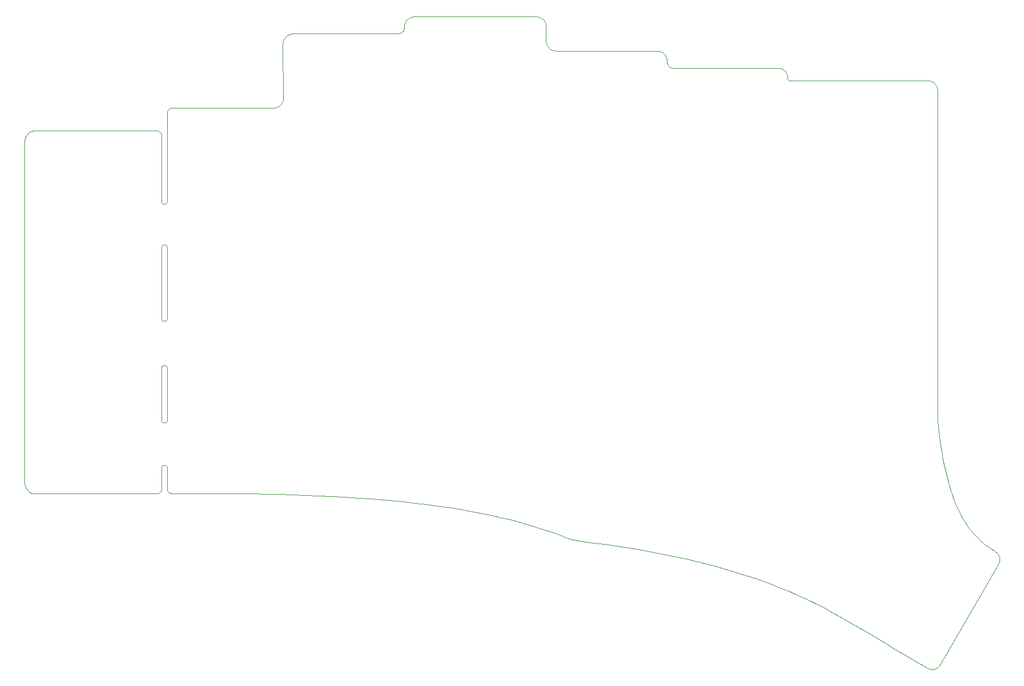
<source format=gbr>
%TF.GenerationSoftware,KiCad,Pcbnew,7.0.6*%
%TF.CreationDate,2023-09-19T12:55:28+07:00*%
%TF.ProjectId,rose,726f7365-2e6b-4696-9361-645f70636258,rev?*%
%TF.SameCoordinates,Original*%
%TF.FileFunction,Profile,NP*%
%FSLAX46Y46*%
G04 Gerber Fmt 4.6, Leading zero omitted, Abs format (unit mm)*
G04 Created by KiCad (PCBNEW 7.0.6) date 2023-09-19 12:55:28*
%MOMM*%
%LPD*%
G01*
G04 APERTURE LIST*
%TA.AperFunction,Profile*%
%ADD10C,0.100000*%
%TD*%
%ADD11C,0.100000*%
G04 APERTURE END LIST*
D10*
X77402940Y-17873200D02*
X79074880Y-18128100D01*
X70097150Y-16646300D02*
X70886050Y-16961400D01*
X94276230Y-21470800D02*
X95116330Y-21720900D01*
X19415220Y-10074400D02*
X21407710Y-10091400D01*
D11*
X103158128Y51574758D02*
X103099024Y51658706D01*
X103071727Y51757239D01*
X103070260Y51786890D01*
X9922548Y-5937357D02*
X10005248Y-5876079D01*
X10101485Y-5841650D01*
X10170100Y-5834880D01*
D10*
X9820050Y26685110D02*
X9820050Y15992568D01*
X95953830Y-21979000D02*
X96788430Y-22245200D01*
X126181254Y-4962250D02*
X126053554Y-4266650D01*
X127786164Y-10912450D02*
X127558264Y-10285050D01*
X100089530Y-23394200D02*
X100903830Y-23703100D01*
D11*
X45950260Y59456100D02*
X45942631Y59336783D01*
X45920101Y59219101D01*
X45883198Y59104564D01*
X45832453Y58994683D01*
X45768397Y58890966D01*
X45691561Y58794924D01*
X45657367Y58758993D01*
D10*
X67691250Y-15758700D02*
X68499750Y-16045000D01*
D11*
X102630920Y52926550D02*
X102549229Y53002389D01*
X102462668Y53071554D01*
X102371652Y53133876D01*
X102276595Y53189181D01*
X102177913Y53237298D01*
X102076020Y53278055D01*
X101971331Y53311280D01*
X101864262Y53336802D01*
X101755226Y53354448D01*
X101644640Y53364047D01*
X101570260Y53365890D01*
D10*
X127344884Y-9647750D02*
X127144994Y-9001250D01*
X21407710Y-10091400D02*
X23393940Y-10118400D01*
X129885804Y-14961350D02*
X129701454Y-14695550D01*
X126781984Y-7683250D02*
X126617184Y-7012950D01*
D11*
X9820050Y15992568D02*
X9835178Y15890776D01*
X9878854Y15798388D01*
X9922563Y15745081D01*
D10*
X68499750Y-16045000D02*
X69301750Y-16340800D01*
X79074880Y-18128100D02*
X80752390Y-18404200D01*
X72421840Y-17232200D02*
X74076380Y-17425500D01*
X9010000Y44016210D02*
X-9050000Y44015000D01*
D11*
X68570260Y55916100D02*
X68458870Y55920239D01*
X68348755Y55932539D01*
X68240329Y55952830D01*
X68134007Y55980938D01*
X68030204Y56016693D01*
X67929335Y56059923D01*
X67831815Y56110455D01*
X67738059Y56168118D01*
X67648481Y56232740D01*
X67563498Y56304149D01*
X67509600Y56355440D01*
D10*
X10627700Y-6185000D02*
X10627110Y-9344620D01*
D11*
X10622550Y33425980D02*
X10607415Y33324170D01*
X10563725Y33231769D01*
X10520002Y33178457D01*
D10*
X129523034Y-14425650D02*
X129350394Y-14151850D01*
X123701274Y-36009000D02*
X123883144Y-36114000D01*
D11*
X9820000Y43266210D02*
X9811780Y43376963D01*
X9787581Y43484337D01*
X9748088Y43586673D01*
X9693991Y43682311D01*
X9625975Y43769591D01*
X9600330Y43796540D01*
D10*
X23393940Y-10118400D02*
X25373670Y-10154400D01*
X58391450Y-13208700D02*
X59265750Y-13397900D01*
X130685784Y-15982150D02*
X130476094Y-15733550D01*
X59265750Y-13397900D02*
X60134650Y-13595100D01*
X70886050Y-16961400D02*
X72421840Y-17232200D01*
X55737250Y-12686800D02*
X56627050Y-12853300D01*
D11*
X10277700Y-5834900D02*
X10379510Y-5850034D01*
X10471911Y-5893724D01*
X10525223Y-5937448D01*
D10*
X62707650Y-14236600D02*
X63553650Y-14467600D01*
D11*
X29379060Y58466100D02*
X29267670Y58461962D01*
X29157555Y58449662D01*
X29049129Y58429371D01*
X28942807Y58401263D01*
X28839004Y58365508D01*
X28738135Y58322278D01*
X28640615Y58271746D01*
X28546859Y58214083D01*
X28457281Y58149461D01*
X28372298Y58078052D01*
X28318400Y58026760D01*
D10*
X10630150Y15992458D02*
X10631970Y26685000D01*
X84122530Y-19022200D02*
X85813830Y-19365700D01*
X111742490Y-28920800D02*
X113221282Y-29778600D01*
X31270690Y-10327400D02*
X33220920Y-10408400D01*
X125821964Y-2859250D02*
X125717454Y-2147850D01*
X60134650Y-13595100D02*
X60998050Y-13800500D01*
X103070260Y51786890D02*
X103070260Y51805890D01*
X126957654Y-8346250D02*
X126781984Y-7683250D01*
X11450000Y47416100D02*
X11384000Y47416100D01*
X125620154Y-1431550D02*
X125529954Y-710450D01*
D11*
X9922563Y15745081D02*
X10005238Y15683801D01*
X10101449Y15649356D01*
X10170050Y15642568D01*
D10*
X96788430Y-22245200D02*
X97619630Y-22519700D01*
X10225380Y9035110D02*
X10170380Y9035110D01*
X49380050Y-11711500D02*
X50301050Y-11831900D01*
D11*
X9600330Y-9884120D02*
X9672831Y-9799994D01*
X9731644Y-9706957D01*
X9776082Y-9606670D01*
X9805455Y-9500790D01*
X9819078Y-9390980D01*
X9820000Y-9353790D01*
D10*
X125529954Y-710450D02*
X125446654Y15350D01*
D11*
X10526537Y567513D02*
X10587817Y650189D01*
X10622262Y746400D01*
X10629050Y815000D01*
D10*
X133173334Y-18202450D02*
X132890974Y-18003250D01*
X52130850Y-12090800D02*
X53039250Y-12229700D01*
X126317424Y-5652050D02*
X126181254Y-4962250D01*
D11*
X86070260Y53365890D02*
X85946949Y53373519D01*
X85826509Y53396049D01*
X85710223Y53432952D01*
X85599369Y53483697D01*
X85495230Y53547753D01*
X85399085Y53624589D01*
X85363153Y53658783D01*
D10*
X60998050Y-13800500D02*
X61855750Y-14014300D01*
D11*
X9070000Y-10103790D02*
X9180752Y-10095570D01*
X9288126Y-10071371D01*
X9390462Y-10031878D01*
X9486100Y-9977781D01*
X9573380Y-9909765D01*
X9600330Y-9884120D01*
X46389600Y60576760D02*
X46313761Y60495029D01*
X46244596Y60408180D01*
X46182274Y60316381D01*
X46126969Y60219800D01*
X46078852Y60118604D01*
X46038095Y60012962D01*
X46004870Y59903041D01*
X45979348Y59789009D01*
X45961702Y59671034D01*
X45952103Y59549283D01*
X45950260Y59466100D01*
X10527903Y8932552D02*
X10445219Y8993853D01*
X10348992Y9028311D01*
X10280380Y9035100D01*
X10280050Y15642558D02*
X10381846Y15657658D01*
X10474247Y15701307D01*
X10527567Y15745000D01*
D10*
X-9050000Y-10103790D02*
X-8990000Y-10103790D01*
X107988060Y-26879000D02*
X108747640Y-27273600D01*
D11*
X9820000Y-6184880D02*
X9835134Y-6083069D01*
X9878824Y-5990668D01*
X9922548Y-5937357D01*
D10*
X46594050Y-11384300D02*
X47526450Y-11487900D01*
X10634000Y45916100D02*
X10634000Y42456100D01*
D11*
X9912513Y33178673D02*
X9851232Y33261349D01*
X9816787Y33357560D01*
X9810000Y33426160D01*
D10*
X74076380Y-17425500D02*
X75736750Y-17639100D01*
X10280380Y9035100D02*
X10225380Y9035110D01*
X88355530Y-19926600D02*
X89203330Y-20126400D01*
X26466150Y47416100D02*
X11450000Y47416100D01*
D11*
X28318400Y58026760D02*
X28242561Y57945070D01*
X28173396Y57858509D01*
X28111074Y57767493D01*
X28055769Y57672436D01*
X28007652Y57573754D01*
X27966895Y57471861D01*
X27933670Y57367172D01*
X27908148Y57260103D01*
X27890502Y57151067D01*
X27880903Y57040481D01*
X27879060Y56966100D01*
D10*
X133761304Y-18584950D02*
X133463434Y-18396350D01*
X65570260Y61016100D02*
X47510260Y61016100D01*
X15412150Y-10067070D02*
X17416660Y-10066250D01*
X129350394Y-14151850D02*
X129183364Y-13874250D01*
X47510260Y61016100D02*
X47450260Y61016100D01*
D11*
X10170070Y27035010D02*
X10068277Y27019882D01*
X9975889Y26976206D01*
X9922583Y26932497D01*
X10279050Y465000D02*
X10380842Y480129D01*
X10473230Y523805D01*
X10526537Y567513D01*
D10*
X9820380Y8685110D02*
X9820050Y8685010D01*
X80752390Y-18404200D02*
X82435120Y-18702000D01*
X126053554Y-4266650D02*
X125933904Y-3565550D01*
X48455150Y-11596900D02*
X49380050Y-11711500D01*
X33220920Y-10408400D02*
X35162590Y-10501400D01*
D11*
X45657367Y58758993D02*
X45564778Y58677193D01*
X45463683Y58607962D01*
X45355361Y58551829D01*
X45241094Y58509326D01*
X45122162Y58480982D01*
X44999847Y58467329D01*
X44950260Y58466100D01*
D10*
X65227450Y-14956400D02*
X66055050Y-15214500D01*
D11*
X84630920Y55476760D02*
X84549229Y55552599D01*
X84462668Y55621764D01*
X84371652Y55684086D01*
X84276595Y55739391D01*
X84177913Y55787508D01*
X84076020Y55828265D01*
X83971331Y55861490D01*
X83864262Y55887012D01*
X83755226Y55904658D01*
X83644640Y55914257D01*
X83570260Y55916100D01*
D10*
X95116330Y-21720900D02*
X95953830Y-21979000D01*
X45950260Y59456100D02*
X45950260Y59466100D01*
D11*
X85363153Y53656993D02*
X85281352Y53749582D01*
X85212121Y53850677D01*
X85155988Y53958999D01*
X85113485Y54073266D01*
X85085141Y54192198D01*
X85071488Y54314513D01*
X85070260Y54364100D01*
X10527567Y15745000D02*
X10588870Y15827659D01*
X10623342Y15923860D01*
X10630150Y15992458D01*
X125370254Y49986890D02*
X125366115Y50098280D01*
X125353815Y50208395D01*
X125333524Y50316821D01*
X125305416Y50423143D01*
X125269661Y50526946D01*
X125226431Y50627815D01*
X125175899Y50725335D01*
X125118236Y50819091D01*
X125053614Y50908669D01*
X124982205Y50993652D01*
X124930914Y51047550D01*
D10*
X10634000Y42456100D02*
X10622550Y33425980D01*
X97619630Y-22519700D02*
X98447130Y-22802600D01*
X132089794Y-17374550D02*
X131837784Y-17154750D01*
X109502410Y-27675500D02*
X110252800Y-28084300D01*
X53943250Y-12375200D02*
X54842650Y-12527500D01*
X127144994Y-9001250D02*
X126957654Y-8346250D01*
X40929780Y-10867000D02*
X42830440Y-11021100D01*
X10224050Y15642568D02*
X10280050Y15642558D01*
X92590030Y-20993600D02*
X93434030Y-21228400D01*
X125717454Y-2147850D02*
X125620154Y-1431550D01*
X69301750Y-16340800D02*
X70097150Y-16646300D01*
D11*
X67509600Y56355440D02*
X67433761Y56437131D01*
X67364596Y56523692D01*
X67302274Y56614708D01*
X67246969Y56709765D01*
X67198852Y56808447D01*
X67158095Y56910340D01*
X67124870Y57015029D01*
X67099348Y57122098D01*
X67081702Y57231134D01*
X67072103Y57341720D01*
X67070260Y57416100D01*
D10*
X134332314Y-20715990D02*
X134437324Y-20534090D01*
D11*
X9922583Y26932497D02*
X9861302Y26849822D01*
X9826857Y26753611D01*
X9820070Y26685010D01*
X9922893Y8932597D02*
X9861612Y8849922D01*
X9827167Y8753711D01*
X9820380Y8685110D01*
D10*
X128289904Y-12134650D02*
X128029664Y-11529250D01*
X83510260Y55916100D02*
X68570260Y55916100D01*
X57511850Y-13027200D02*
X58391450Y-13208700D01*
D11*
X103070260Y51865890D02*
X103066121Y51977280D01*
X103053821Y52087395D01*
X103033530Y52195821D01*
X103005422Y52302143D01*
X102969667Y52405946D01*
X102926437Y52506815D01*
X102875905Y52604335D01*
X102818242Y52698091D01*
X102753620Y52787669D01*
X102682211Y52872652D01*
X102630920Y52926550D01*
D10*
X66876350Y-15481900D02*
X67691250Y-15758700D01*
D11*
X11384000Y47416100D02*
X11273247Y47407881D01*
X11165873Y47383682D01*
X11063537Y47344189D01*
X10967899Y47290091D01*
X10880619Y47222076D01*
X10853670Y47196430D01*
D10*
X-8990000Y-10103790D02*
X9070000Y-10103790D01*
X98447130Y-22802600D02*
X99270530Y-23094100D01*
X90898130Y-20546000D02*
X91744630Y-20766200D01*
X10282070Y27035000D02*
X10226070Y27035010D01*
X27346620Y-10201400D02*
X29312430Y-10258400D01*
X35162590Y-10501400D02*
X37095080Y-10608300D01*
X128029664Y-11529250D02*
X127786164Y-10912450D01*
X67070260Y57416100D02*
X67070260Y59456100D01*
X133943214Y-18689950D02*
X133761304Y-18584950D01*
X126617184Y-7012950D02*
X126462544Y-6335750D01*
X125727285Y-35619900D02*
X134332314Y-20715990D01*
X116167150Y-31540000D02*
X117645153Y-32434200D01*
X108747640Y-27273600D02*
X109502410Y-27675500D01*
X128865484Y-13308050D02*
X128568094Y-12727850D01*
X54842650Y-12527500D02*
X55737250Y-12686800D01*
X27879060Y56906100D02*
X27966060Y48932520D01*
X9820000Y-9353790D02*
X9820000Y-6184880D01*
D11*
X10853670Y47196430D02*
X10781168Y47112305D01*
X10722355Y47019268D01*
X10677917Y46918981D01*
X10648544Y46813101D01*
X10634921Y46703291D01*
X10634000Y46666100D01*
D10*
X130476094Y-15733550D02*
X130272964Y-15480450D01*
X53039250Y-12229700D02*
X53943250Y-12375200D01*
X64393650Y-14707500D02*
X65227450Y-14956400D01*
X86660630Y-19546400D02*
X87507930Y-19733300D01*
X101510260Y53365890D02*
X86070260Y53365890D01*
X104895900Y-25380900D02*
X105677390Y-25742900D01*
X110999310Y-28499600D02*
X111742490Y-28920800D01*
X10225050Y465010D02*
X10279050Y465000D01*
D11*
X-10550000Y-8603790D02*
X-10542256Y-8757156D01*
X-10519526Y-8906092D01*
X-10482563Y-9049844D01*
X-10432123Y-9187657D01*
X-10368959Y-9318779D01*
X-10293824Y-9442454D01*
X-10207473Y-9557929D01*
X-10110661Y-9664450D01*
X-10004140Y-9761262D01*
X-9888665Y-9847613D01*
X-9764990Y-9922748D01*
X-9633868Y-9985912D01*
X-9496055Y-10036352D01*
X-9352303Y-10073315D01*
X-9203367Y-10096045D01*
X-9050000Y-10103790D01*
D10*
X44950260Y58466100D02*
X29510260Y58466100D01*
X10170100Y-5834880D02*
X10277700Y-5834900D01*
X17416660Y-10066250D02*
X19415220Y-10074400D01*
D11*
X10520002Y33178457D02*
X10437301Y33117180D01*
X10341064Y33082751D01*
X10272450Y33075980D01*
D10*
X10629050Y815000D02*
X10630380Y8685000D01*
X126462544Y-6335750D02*
X126317424Y-5652050D01*
D11*
X10631970Y26685000D02*
X10616240Y26789061D01*
X10572216Y26880657D01*
X10504645Y26955042D01*
X10418273Y27007467D01*
X10317847Y27033184D01*
X10282070Y27035000D01*
D10*
X131125464Y-16465550D02*
X130902194Y-16226150D01*
X129021784Y-13592950D02*
X128865484Y-13308050D01*
X131593134Y-16929950D02*
X131355734Y-16700150D01*
X101713130Y-24020900D02*
X102517130Y-24347600D01*
X42830440Y-11021100D02*
X44718850Y-11193300D01*
X129701454Y-14695550D02*
X129523034Y-14425650D01*
D11*
X9820050Y815010D02*
X9835178Y713218D01*
X9878854Y620830D01*
X9922563Y567523D01*
D10*
X130076254Y-15223050D02*
X129885804Y-14961350D01*
X29312430Y-10258400D02*
X31270690Y-10327400D01*
X104108670Y-25027600D02*
X104895900Y-25380900D01*
X10226070Y27035010D02*
X10170070Y27035010D01*
X110252800Y-28084300D02*
X110999310Y-28499600D01*
X56627050Y-12853300D02*
X57511850Y-13027200D01*
X132616304Y-17798850D02*
X132349274Y-17589250D01*
X132890974Y-18003250D02*
X132616304Y-17798850D01*
D11*
X10525223Y-5937448D02*
X10586500Y-6020148D01*
X10620929Y-6116385D01*
X10627700Y-6185000D01*
D10*
X9820070Y26685010D02*
X9820050Y26685110D01*
X10272450Y33075980D02*
X10160000Y33076160D01*
X128568094Y-12727850D02*
X128289904Y-12134650D01*
D11*
X124930914Y51047550D02*
X124849223Y51123389D01*
X124762662Y51192554D01*
X124671646Y51254876D01*
X124576589Y51310181D01*
X124477907Y51358298D01*
X124376014Y51399055D01*
X124271325Y51432280D01*
X124164256Y51457802D01*
X124055220Y51475448D01*
X123944634Y51485047D01*
X123870254Y51486890D01*
D10*
X27879060Y56966100D02*
X27879060Y56906100D01*
D11*
X85070260Y54416100D02*
X85066121Y54527490D01*
X85053821Y54637605D01*
X85033530Y54746031D01*
X85005422Y54852353D01*
X84969667Y54956156D01*
X84926437Y55057025D01*
X84875905Y55154545D01*
X84818242Y55248301D01*
X84753620Y55337879D01*
X84682211Y55422862D01*
X84630920Y55476760D01*
D10*
X29510260Y58466100D02*
X29379060Y58466100D01*
X114694346Y-30653300D02*
X116167150Y-31540000D01*
X37095080Y-10608300D02*
X39017720Y-10729800D01*
D11*
X10170380Y9035110D02*
X10068587Y9019982D01*
X9976199Y8976306D01*
X9922893Y8932597D01*
X27532600Y47861261D02*
X27450728Y47784458D01*
X27363888Y47714399D01*
X27272501Y47651263D01*
X27176992Y47595226D01*
X27077784Y47546464D01*
X26975298Y47505154D01*
X26869960Y47471473D01*
X26762192Y47445598D01*
X26652417Y47427705D01*
X26541059Y47417970D01*
X26466150Y47416100D01*
D10*
X67070260Y59456100D02*
X67070260Y59516100D01*
X131355734Y-16700150D02*
X131125464Y-16465550D01*
D11*
X10627110Y-9344620D02*
X10635429Y-9456191D01*
X10659961Y-9564312D01*
X10699998Y-9667289D01*
X10754832Y-9763427D01*
X10823757Y-9851031D01*
X10849741Y-9878043D01*
D10*
X103070260Y51805890D02*
X103070260Y51865890D01*
X99270530Y-23094100D02*
X100089530Y-23394200D01*
D11*
X9922563Y567523D02*
X10005238Y506243D01*
X10101449Y471798D01*
X10170050Y465010D01*
D10*
X82435120Y-18702000D02*
X84122530Y-19022200D01*
X85813830Y-19365700D02*
X86660630Y-19546400D01*
D11*
X27966060Y48932520D02*
X27963091Y48820302D01*
X27951831Y48709295D01*
X27932454Y48599923D01*
X27905130Y48492613D01*
X27870032Y48387788D01*
X27827332Y48285874D01*
X27777201Y48187297D01*
X27719812Y48092481D01*
X27655337Y48001852D01*
X27583948Y47915835D01*
X27532600Y47861261D01*
D10*
X130272964Y-15480450D02*
X130076254Y-15223050D01*
D11*
X134437324Y-20534090D02*
X134500304Y-20411068D01*
X134549610Y-20284756D01*
X134585491Y-20156080D01*
X134608194Y-20025967D01*
X134617968Y-19895344D01*
X134615062Y-19765139D01*
X134599724Y-19636277D01*
X134572202Y-19509686D01*
X134532745Y-19386293D01*
X134481600Y-19267025D01*
X134419017Y-19152809D01*
X134345244Y-19044572D01*
X134260528Y-18943240D01*
X134165119Y-18849741D01*
X134059265Y-18765002D01*
X133943214Y-18689950D01*
D10*
X119133510Y-33331500D02*
X120636766Y-34228200D01*
X132349274Y-17589250D02*
X132089794Y-17374550D01*
X9820050Y8685010D02*
X9820050Y815010D01*
X101570260Y53365890D02*
X101510260Y53365890D01*
X107223320Y-26492200D02*
X107988060Y-26879000D01*
X50301050Y-11831900D02*
X51218050Y-11958300D01*
X-10550000Y42515000D02*
X-10550000Y-8603790D01*
X125370254Y745850D02*
X125370254Y49986890D01*
X66055050Y-15214500D02*
X66876350Y-15481900D01*
D11*
X103370260Y51486890D02*
X103269107Y51504458D01*
X103180132Y51554830D01*
X103158128Y51574758D01*
D10*
X125446654Y15350D02*
X125370254Y745850D01*
D11*
X-9050000Y44015000D02*
X-9203367Y44007256D01*
X-9352303Y43984526D01*
X-9496055Y43947563D01*
X-9633868Y43897123D01*
X-9764990Y43833959D01*
X-9888665Y43758824D01*
X-10004140Y43672473D01*
X-10110661Y43575661D01*
X-10207473Y43469140D01*
X-10293824Y43353665D01*
X-10368959Y43229990D01*
X-10432123Y43098868D01*
X-10482563Y42961055D01*
X-10519526Y42817303D01*
X-10542256Y42668367D01*
X-10550000Y42515000D01*
D10*
X125933904Y-3565550D02*
X125821964Y-2859250D01*
X103315730Y-24683200D02*
X104108670Y-25027600D01*
X117645153Y-32434200D02*
X119133510Y-33331500D01*
X83570260Y55916100D02*
X83510260Y55916100D01*
X47526450Y-11487900D02*
X48455150Y-11596900D01*
X100903830Y-23703100D02*
X101713130Y-24020900D01*
X39017720Y-10729800D02*
X40929780Y-10867000D01*
X51218050Y-11958300D02*
X52130850Y-12090800D01*
X129183364Y-13874250D02*
X129021784Y-13592950D01*
X113221282Y-29778600D02*
X114694346Y-30653300D01*
X75736750Y-17639100D02*
X77402940Y-17873200D01*
X9070000Y44016210D02*
X9010000Y44016210D01*
X87507930Y-19733300D02*
X88355530Y-19926600D01*
X9810000Y33426160D02*
X9820000Y42456210D01*
X105677390Y-25742900D02*
X106453160Y-26113400D01*
X120636766Y-34228200D02*
X122158553Y-35121400D01*
X90050930Y-20332800D02*
X90898130Y-20546000D01*
X102517130Y-24347600D02*
X103315730Y-24683200D01*
D11*
X66630920Y60576760D02*
X66549229Y60652599D01*
X66462668Y60721764D01*
X66371652Y60784086D01*
X66276595Y60839391D01*
X66177913Y60887508D01*
X66076020Y60928265D01*
X65971331Y60961490D01*
X65864262Y60987012D01*
X65755226Y61004658D01*
X65644640Y61014257D01*
X65570260Y61016100D01*
D10*
X9820000Y42456210D02*
X9820000Y43266210D01*
X61855750Y-14014300D02*
X62707650Y-14236600D01*
D11*
X10160000Y33076160D02*
X10058207Y33091289D01*
X9965819Y33134965D01*
X9912513Y33178673D01*
D10*
X63553650Y-14467600D02*
X64393650Y-14707500D01*
X133463434Y-18396350D02*
X133173334Y-18202450D01*
X10634000Y46666100D02*
X10634000Y45916100D01*
X25373670Y-10154400D02*
X27346620Y-10201400D01*
X131837784Y-17154750D02*
X131593134Y-16929950D01*
D11*
X10849741Y-9878043D02*
X10934936Y-9950562D01*
X11029075Y-10009127D01*
X11130456Y-10053049D01*
X11237376Y-10081639D01*
X11348132Y-10094209D01*
X11385610Y-10094720D01*
D10*
X45658150Y-11286300D02*
X46594050Y-11384300D01*
D11*
X123883144Y-36114000D02*
X124006164Y-36176980D01*
X124132476Y-36226287D01*
X124261152Y-36262168D01*
X124391265Y-36284872D01*
X124521887Y-36294648D01*
X124652093Y-36291742D01*
X124780955Y-36276405D01*
X124907546Y-36248883D01*
X125030938Y-36209426D01*
X125150207Y-36158283D01*
X125264423Y-36095700D01*
X125372661Y-36021927D01*
X125473993Y-35937212D01*
X125567492Y-35841804D01*
X125652231Y-35735950D01*
X125727285Y-35619900D01*
D10*
X91744630Y-20766200D02*
X92590030Y-20993600D01*
X10170050Y465010D02*
X10225050Y465010D01*
X93434030Y-21228400D02*
X94276230Y-21470800D01*
X44718850Y-11193300D02*
X45658150Y-11286300D01*
X13401780Y-10076720D02*
X15412150Y-10067070D01*
D11*
X67070260Y59516100D02*
X67066121Y59627490D01*
X67053821Y59737605D01*
X67033530Y59846031D01*
X67005422Y59952353D01*
X66969667Y60056156D01*
X66926437Y60157025D01*
X66875905Y60254545D01*
X66818242Y60348301D01*
X66753620Y60437879D01*
X66682211Y60522862D01*
X66630920Y60576760D01*
X9600330Y43796540D02*
X9516204Y43869042D01*
X9423167Y43927855D01*
X9322880Y43972293D01*
X9217000Y44001666D01*
X9107190Y44015289D01*
X9070000Y44016210D01*
D10*
X130902194Y-16226150D02*
X130685784Y-15982150D01*
D11*
X47450260Y61016100D02*
X47338870Y61011962D01*
X47228755Y60999662D01*
X47120329Y60979371D01*
X47014007Y60951263D01*
X46910204Y60915508D01*
X46809335Y60872278D01*
X46711815Y60821746D01*
X46618059Y60764083D01*
X46528481Y60699461D01*
X46443498Y60628052D01*
X46389600Y60576760D01*
D10*
X89203330Y-20126400D02*
X90050930Y-20332800D01*
X85070260Y54416100D02*
X85070260Y54364100D01*
X11385610Y-10094720D02*
X13401780Y-10076720D01*
X10170050Y15642568D02*
X10224050Y15642568D01*
X122158553Y-35121400D02*
X123701274Y-36009000D01*
D11*
X10630380Y8685000D02*
X10615274Y8786815D01*
X10571610Y8879229D01*
X10527903Y8932552D01*
D10*
X127558264Y-10285050D02*
X127344884Y-9647750D01*
X106453160Y-26113400D02*
X107223320Y-26492200D01*
X123870254Y51486890D02*
X103370260Y51486890D01*
M02*

</source>
